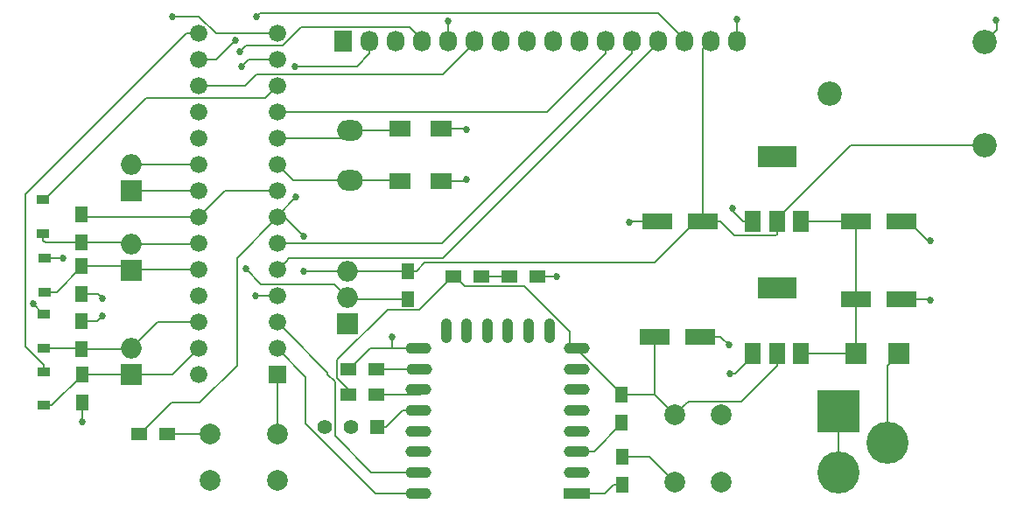
<source format=gbr>
G04 #@! TF.FileFunction,Copper,L1,Top,Signal*
%FSLAX46Y46*%
G04 Gerber Fmt 4.6, Leading zero omitted, Abs format (unit mm)*
G04 Created by KiCad (PCBNEW 4.0.2+dfsg1-stable) date Qui 19 Out 2017 15:04:08 BRT*
%MOMM*%
G01*
G04 APERTURE LIST*
%ADD10C,0.100000*%
%ADD11R,2.999740X1.600200*%
%ADD12R,2.000000X1.600000*%
%ADD13R,1.500000X1.300000*%
%ADD14R,2.000000X2.000000*%
%ADD15R,1.676400X1.676400*%
%ADD16C,1.676400*%
%ADD17O,1.998980X1.998980*%
%ADD18R,1.998980X1.998980*%
%ADD19R,1.300000X1.500000*%
%ADD20R,1.397000X1.397000*%
%ADD21C,1.397000*%
%ADD22C,2.000000*%
%ADD23R,3.800000X2.000000*%
%ADD24R,1.500000X2.000000*%
%ADD25R,2.500000X1.100000*%
%ADD26O,2.500000X1.100000*%
%ADD27O,1.100000X2.400000*%
%ADD28O,2.499360X1.998980*%
%ADD29R,1.727200X2.032000*%
%ADD30O,1.727200X2.032000*%
%ADD31R,1.220000X0.910000*%
%ADD32C,2.340000*%
%ADD33R,4.064000X4.064000*%
%ADD34C,4.064000*%
%ADD35C,0.685800*%
%ADD36C,0.203200*%
G04 APERTURE END LIST*
D10*
D11*
X106095800Y-97388680D03*
X110495080Y-97388680D03*
X125547120Y-93802200D03*
X129946400Y-93802200D03*
D12*
X85451700Y-82308700D03*
X81451700Y-82308700D03*
X85451700Y-77302360D03*
X81451700Y-77302360D03*
D11*
X125567440Y-86222840D03*
X129966720Y-86222840D03*
X110744000Y-86263480D03*
X106344720Y-86263480D03*
D13*
X89348300Y-91567000D03*
X86648300Y-91567000D03*
D14*
X129747700Y-99034600D03*
X125547700Y-99034600D03*
D15*
X69583300Y-101092000D03*
D16*
X69583300Y-98552000D03*
X69583300Y-96012000D03*
X69583300Y-93472000D03*
X69583300Y-90932000D03*
X69583300Y-88392000D03*
X69583300Y-85852000D03*
X69583300Y-83312000D03*
X69583300Y-80772000D03*
X69583300Y-78232000D03*
X69583300Y-75692000D03*
X69583300Y-73152000D03*
X69583300Y-70612000D03*
X69583300Y-68072000D03*
X61963300Y-68072000D03*
X61963300Y-70612000D03*
X61963300Y-73152000D03*
X61963300Y-75692000D03*
X61963300Y-78232000D03*
X61963300Y-80772000D03*
X61963300Y-83312000D03*
X61963300Y-85852000D03*
X61963300Y-88392000D03*
X61963300Y-90932000D03*
X61963300Y-93472000D03*
X61963300Y-96012000D03*
X61963300Y-98552000D03*
X61963300Y-101092000D03*
D17*
X55486300Y-88404700D03*
D18*
X55486300Y-90944700D03*
D17*
X55486300Y-98526600D03*
D18*
X55486300Y-101066600D03*
D17*
X76403200Y-91084400D03*
D18*
X76403200Y-96164400D03*
D17*
X76403200Y-93624400D03*
D19*
X102920800Y-111713000D03*
X102920800Y-109013000D03*
D13*
X94720400Y-91567000D03*
X92020400Y-91567000D03*
D19*
X102905560Y-105733840D03*
X102905560Y-103033840D03*
D13*
X79146400Y-100520500D03*
X76446400Y-100520500D03*
X76462900Y-103009700D03*
X79162900Y-103009700D03*
D19*
X50609500Y-88290400D03*
X50609500Y-85590400D03*
D13*
X56219100Y-106794300D03*
X58919100Y-106794300D03*
D19*
X50659500Y-90563700D03*
X50659500Y-93263700D03*
X82219800Y-93733600D03*
X82219800Y-91033600D03*
X50609500Y-98559600D03*
X50609500Y-95859600D03*
X50674800Y-101028500D03*
X50674800Y-103728500D03*
D20*
X79222600Y-106121200D03*
D21*
X76682600Y-106121200D03*
X74142600Y-106121200D03*
D22*
X108047400Y-104965500D03*
X112547400Y-104965500D03*
X108047400Y-111465500D03*
X112547400Y-111465500D03*
X63057900Y-111294300D03*
X63057900Y-106794300D03*
X69557900Y-111294300D03*
X69557900Y-106794300D03*
D23*
X117897880Y-92714280D03*
D24*
X117897880Y-99014280D03*
X120197880Y-99014280D03*
X115597880Y-99014280D03*
D25*
X98591600Y-112534700D03*
D26*
X98591600Y-110534700D03*
X98591600Y-108534700D03*
X98591600Y-106534700D03*
X98591600Y-104534700D03*
X98591600Y-102534700D03*
X98591600Y-100534700D03*
X98591600Y-98534700D03*
X83191600Y-98534700D03*
X83291600Y-100534700D03*
X83191600Y-102534700D03*
X83191600Y-104534700D03*
X83191600Y-106534700D03*
X83191600Y-108534700D03*
X83191600Y-110534700D03*
X83191600Y-112534700D03*
D27*
X95901600Y-96784700D03*
X93901600Y-96784700D03*
X91901600Y-96784700D03*
X89901600Y-96784700D03*
X87901600Y-96784700D03*
X85901600Y-96784700D03*
D23*
X117901720Y-79974040D03*
D24*
X117901720Y-86274040D03*
X120201720Y-86274040D03*
X115601720Y-86274040D03*
D28*
X76581000Y-82285840D03*
X76581000Y-77403960D03*
D29*
X75966320Y-68798440D03*
D30*
X78506320Y-68798440D03*
X81046320Y-68798440D03*
X83586320Y-68798440D03*
X86126320Y-68798440D03*
X88666320Y-68798440D03*
X91206320Y-68798440D03*
X93746320Y-68798440D03*
X96286320Y-68798440D03*
X98826320Y-68798440D03*
X101366320Y-68798440D03*
X103906320Y-68798440D03*
X106446320Y-68798440D03*
X108986320Y-68798440D03*
X111526320Y-68798440D03*
X114066320Y-68798440D03*
D17*
X55486300Y-80772000D03*
D18*
X55486300Y-83312000D03*
D31*
X46929040Y-84141560D03*
X46929040Y-87411560D03*
X47035720Y-89810840D03*
X47035720Y-93080840D03*
X46984920Y-95221040D03*
X46984920Y-98491040D03*
X46984920Y-100783640D03*
X46984920Y-104053640D03*
D32*
X138008360Y-78884800D03*
X123008360Y-73884800D03*
X138008360Y-68884800D03*
D33*
X123880880Y-104602280D03*
D34*
X123880880Y-110571280D03*
X128579880Y-107650280D03*
D35*
X139136120Y-66730880D03*
X80655160Y-97378520D03*
X132796280Y-88082120D03*
X87889080Y-82179160D03*
X87884000Y-77317600D03*
X86095840Y-66845200D03*
X113248440Y-98171000D03*
X96626680Y-91587320D03*
X50698400Y-105653840D03*
X52679600Y-93715840D03*
X52669440Y-95377000D03*
X113588800Y-84947760D03*
X103662480Y-86349840D03*
X114005360Y-66695320D03*
X132775960Y-93822520D03*
X113400840Y-100975160D03*
X71389240Y-83906360D03*
X71302880Y-71226680D03*
X72151240Y-87711280D03*
X72156320Y-91064080D03*
X66141600Y-71272400D03*
X48849280Y-89804240D03*
X59400440Y-66390520D03*
X45953680Y-94228920D03*
X122727720Y-74391520D03*
X65562480Y-68719720D03*
X66527680Y-90835480D03*
X65949390Y-69778804D03*
X67548760Y-66395600D03*
X67518280Y-93472000D03*
D36*
X97891600Y-98534700D02*
X97891600Y-96915817D01*
X97891600Y-96915817D02*
X93497584Y-92521801D01*
X93497584Y-92521801D02*
X87703101Y-92521801D01*
X87703101Y-92521801D02*
X86748300Y-91567000D01*
X86748300Y-91567000D02*
X86648300Y-91567000D01*
X83326899Y-94788401D02*
X86548300Y-91567000D01*
X86548300Y-91567000D02*
X86648300Y-91567000D01*
X76462900Y-103009700D02*
X76462900Y-102485642D01*
X75391599Y-99626659D02*
X80229857Y-94788401D01*
X76462900Y-102485642D02*
X75391599Y-101414341D01*
X75391599Y-101414341D02*
X75391599Y-99626659D01*
X80229857Y-94788401D02*
X83326899Y-94788401D01*
X102905560Y-103033840D02*
X102905560Y-102933840D01*
X102905560Y-102933840D02*
X98506420Y-98534700D01*
X98506420Y-98534700D02*
X97891600Y-98534700D01*
X106095800Y-97388680D02*
X106095800Y-103013900D01*
X106095800Y-103013900D02*
X106115740Y-103033840D01*
X117897880Y-99014280D02*
X117897880Y-100217480D01*
X117897880Y-100217480D02*
X114454661Y-103660699D01*
X114454661Y-103660699D02*
X109352201Y-103660699D01*
X109352201Y-103660699D02*
X109047399Y-103965501D01*
X109047399Y-103965501D02*
X108047400Y-104965500D01*
X108047400Y-104965500D02*
X106115740Y-103033840D01*
X106115740Y-103033840D02*
X102905560Y-103033840D01*
X108047400Y-111465500D02*
X105594900Y-109013000D01*
X105594900Y-109013000D02*
X102920800Y-109013000D01*
X123880880Y-104602280D02*
X123880880Y-110571280D01*
X138008360Y-68884800D02*
X139178359Y-67714801D01*
X139178359Y-67714801D02*
X139178359Y-66773119D01*
X139178359Y-66773119D02*
X139136120Y-66730880D01*
X69583300Y-83312000D02*
X64503300Y-83312000D01*
X64503300Y-83312000D02*
X61963300Y-85852000D01*
X61963300Y-85852000D02*
X50871100Y-85852000D01*
X50871100Y-85852000D02*
X50609500Y-85590400D01*
X80690720Y-98534700D02*
X83891600Y-98534700D01*
X78532200Y-98534700D02*
X80690720Y-98534700D01*
X80690720Y-98534700D02*
X80690720Y-97414080D01*
X80690720Y-97414080D02*
X80655160Y-97378520D01*
X76446400Y-100520500D02*
X76546400Y-100520500D01*
X76546400Y-100520500D02*
X78532200Y-98534700D01*
X129966720Y-86222840D02*
X130666490Y-86222840D01*
X130666490Y-86222840D02*
X132525770Y-88082120D01*
X132525770Y-88082120D02*
X132796280Y-88082120D01*
X85451700Y-82308700D02*
X87759540Y-82308700D01*
X87759540Y-82308700D02*
X87889080Y-82179160D01*
X85451700Y-77302360D02*
X87868760Y-77302360D01*
X87868760Y-77302360D02*
X87884000Y-77317600D01*
X86126320Y-68798440D02*
X86126320Y-66875680D01*
X86126320Y-66875680D02*
X86095840Y-66845200D01*
X110495080Y-97388680D02*
X112466120Y-97388680D01*
X112466120Y-97388680D02*
X113248440Y-98171000D01*
X94720400Y-91567000D02*
X96606360Y-91567000D01*
X96606360Y-91567000D02*
X96626680Y-91587320D01*
X50674800Y-103728500D02*
X50674800Y-105630240D01*
X50674800Y-105630240D02*
X50698400Y-105653840D01*
X50659500Y-93263700D02*
X52227460Y-93263700D01*
X52227460Y-93263700D02*
X52679600Y-93715840D01*
X50609500Y-95859600D02*
X52186840Y-95859600D01*
X52186840Y-95859600D02*
X52669440Y-95377000D01*
X50609500Y-85590400D02*
X50609500Y-85490400D01*
X115601720Y-86274040D02*
X114648520Y-86274040D01*
X114648520Y-86274040D02*
X113588800Y-85214320D01*
X113588800Y-85214320D02*
X113588800Y-84947760D01*
X106344720Y-86263480D02*
X103748840Y-86263480D01*
X103748840Y-86263480D02*
X103662480Y-86349840D01*
X114066320Y-68798440D02*
X114066320Y-66756280D01*
X114066320Y-66756280D02*
X114005360Y-66695320D01*
X129946400Y-93802200D02*
X132755640Y-93802200D01*
X132755640Y-93802200D02*
X132775960Y-93822520D01*
X115597880Y-99014280D02*
X115597880Y-99264280D01*
X115597880Y-99264280D02*
X113887000Y-100975160D01*
X113887000Y-100975160D02*
X113400840Y-100975160D01*
X120201720Y-86274040D02*
X125516240Y-86274040D01*
X125516240Y-86274040D02*
X125567440Y-86222840D01*
X125567440Y-86222840D02*
X125567440Y-93781880D01*
X125567440Y-93781880D02*
X125547120Y-93802200D01*
X125547700Y-99034600D02*
X125547700Y-93802780D01*
X125547700Y-93802780D02*
X125547120Y-93802200D01*
X125547700Y-99034600D02*
X120218200Y-99034600D01*
X120218200Y-99034600D02*
X120197880Y-99014280D01*
X76581000Y-82285840D02*
X71097140Y-82285840D01*
X71097140Y-82285840D02*
X69583300Y-80772000D01*
X76581000Y-82285840D02*
X81428840Y-82285840D01*
X81428840Y-82285840D02*
X81451700Y-82308700D01*
X69583300Y-78232000D02*
X75752960Y-78232000D01*
X75752960Y-78232000D02*
X76581000Y-77403960D01*
X76581000Y-77403960D02*
X81350100Y-77403960D01*
X81350100Y-77403960D02*
X81451700Y-77302360D01*
X117901720Y-86274040D02*
X117901720Y-86024040D01*
X117901720Y-86024040D02*
X125040960Y-78884800D01*
X125040960Y-78884800D02*
X136353731Y-78884800D01*
X136353731Y-78884800D02*
X138008360Y-78884800D01*
X71389240Y-83906360D02*
X69583300Y-85712300D01*
X69583300Y-85712300D02*
X69583300Y-85852000D01*
X78506320Y-68798440D02*
X78506320Y-70017640D01*
X78506320Y-70017640D02*
X77297280Y-71226680D01*
X77297280Y-71226680D02*
X71302880Y-71226680D01*
X65664080Y-100172520D02*
X65664080Y-89771220D01*
X65664080Y-89771220D02*
X69451220Y-85984080D01*
X62057280Y-103779320D02*
X65664080Y-100172520D01*
X59334080Y-103779320D02*
X62057280Y-103779320D01*
X56219100Y-106794300D02*
X56319100Y-106794300D01*
X56319100Y-106794300D02*
X59334080Y-103779320D01*
X72151240Y-87711280D02*
X70291960Y-85852000D01*
X70291960Y-85852000D02*
X69583300Y-85852000D01*
X76403200Y-91084400D02*
X72176640Y-91084400D01*
X72176640Y-91084400D02*
X72156320Y-91064080D01*
X83855320Y-90251280D02*
X106056430Y-90251280D01*
X106056430Y-90251280D02*
X110044230Y-86263480D01*
X110044230Y-86263480D02*
X110744000Y-86263480D01*
X82219800Y-91033600D02*
X83073000Y-91033600D01*
X83073000Y-91033600D02*
X83855320Y-90251280D01*
X137149520Y-79397880D02*
X138602720Y-79397880D01*
X110744000Y-86263480D02*
X110744000Y-69580760D01*
X110744000Y-69580760D02*
X111526320Y-68798440D01*
X117901720Y-86274040D02*
X117901720Y-87477240D01*
X117901720Y-87477240D02*
X117800119Y-87578841D01*
X117800119Y-87578841D02*
X113762431Y-87578841D01*
X113762431Y-87578841D02*
X112447070Y-86263480D01*
X112447070Y-86263480D02*
X110744000Y-86263480D01*
X82219800Y-91033600D02*
X76454000Y-91033600D01*
X76454000Y-91033600D02*
X76403200Y-91084400D01*
X89348300Y-91567000D02*
X92020400Y-91567000D01*
X128579880Y-107650280D02*
X128579880Y-100202420D01*
X128579880Y-100202420D02*
X129747700Y-99034600D01*
X129775800Y-99062700D02*
X129747700Y-99034600D01*
X46929040Y-84141560D02*
X47084040Y-84141560D01*
X68745101Y-73990199D02*
X69583300Y-73152000D01*
X47084040Y-84141560D02*
X56930599Y-74295001D01*
X56930599Y-74295001D02*
X68440299Y-74295001D01*
X68440299Y-74295001D02*
X68745101Y-73990199D01*
X50609500Y-88290400D02*
X47149680Y-88290400D01*
X47149680Y-88290400D02*
X46929040Y-88069760D01*
X46929040Y-88069760D02*
X46929040Y-87411560D01*
X50404500Y-88495400D02*
X50609500Y-88290400D01*
X50609500Y-88290400D02*
X55372000Y-88290400D01*
X55372000Y-88290400D02*
X55486300Y-88404700D01*
X55486300Y-88404700D02*
X61950600Y-88404700D01*
X61950600Y-88404700D02*
X61963300Y-88392000D01*
X66141600Y-71272400D02*
X66802000Y-70612000D01*
X66802000Y-70612000D02*
X69583300Y-70612000D01*
X47035720Y-89810840D02*
X48842680Y-89810840D01*
X48842680Y-89810840D02*
X48849280Y-89804240D01*
X47035720Y-93080840D02*
X48242360Y-93080840D01*
X48242360Y-93080840D02*
X50659500Y-90663700D01*
X50659500Y-90663700D02*
X50659500Y-90563700D01*
X50659500Y-90563700D02*
X55105300Y-90563700D01*
X55105300Y-90563700D02*
X55486300Y-90944700D01*
X61963300Y-90932000D02*
X55499000Y-90932000D01*
X55499000Y-90932000D02*
X55486300Y-90944700D01*
X68397907Y-68072000D02*
X69583300Y-68072000D01*
X59400440Y-66390520D02*
X61973462Y-66390520D01*
X63654942Y-68072000D02*
X68397907Y-68072000D01*
X61973462Y-66390520D02*
X63654942Y-68072000D01*
X46984920Y-95221040D02*
X46945800Y-95221040D01*
X46945800Y-95221040D02*
X45953680Y-94228920D01*
X50674800Y-101028500D02*
X50674800Y-101128500D01*
X50674800Y-101128500D02*
X47749660Y-104053640D01*
X47749660Y-104053640D02*
X46984920Y-104053640D01*
X55486300Y-101066600D02*
X59448700Y-101066600D01*
X59448700Y-101066600D02*
X61963300Y-98552000D01*
X61937900Y-98526600D02*
X61963300Y-98552000D01*
X50637600Y-101065700D02*
X50674800Y-101028500D01*
X50674800Y-101028500D02*
X55448200Y-101028500D01*
X55448200Y-101028500D02*
X55486300Y-101066600D01*
X55422800Y-101003100D02*
X55486300Y-101066600D01*
X55511700Y-101092000D02*
X55486300Y-101066600D01*
X45217080Y-83632827D02*
X45217080Y-98357600D01*
X45217080Y-98357600D02*
X46984920Y-100125440D01*
X46984920Y-100125440D02*
X46984920Y-100783640D01*
X61963300Y-68072000D02*
X60777907Y-68072000D01*
X60777907Y-68072000D02*
X45217080Y-83632827D01*
X81005680Y-68839080D02*
X81046320Y-68798440D01*
X122734080Y-74397880D02*
X122727720Y-74391520D01*
X106446320Y-68798440D02*
X106446320Y-68950840D01*
X106446320Y-68950840D02*
X85617051Y-89780109D01*
X85617051Y-89780109D02*
X70735191Y-89780109D01*
X70735191Y-89780109D02*
X70421499Y-90093801D01*
X70421499Y-90093801D02*
X69583300Y-90932000D01*
X103906320Y-68798440D02*
X103906320Y-70017640D01*
X103906320Y-70017640D02*
X85531960Y-88392000D01*
X85531960Y-88392000D02*
X70768693Y-88392000D01*
X70768693Y-88392000D02*
X69583300Y-88392000D01*
X65219581Y-69062619D02*
X65562480Y-68719720D01*
X63670200Y-70612000D02*
X65219581Y-69062619D01*
X61963300Y-70612000D02*
X63670200Y-70612000D01*
X76403200Y-93624400D02*
X75107799Y-92328999D01*
X75107799Y-92328999D02*
X68021199Y-92328999D01*
X68021199Y-92328999D02*
X66527680Y-90835480D01*
X82219800Y-93733600D02*
X76512400Y-93733600D01*
X76512400Y-93733600D02*
X76403200Y-93624400D01*
X76250800Y-93472000D02*
X76403200Y-93624400D01*
X66432657Y-73152000D02*
X63148693Y-73152000D01*
X88666320Y-68950840D02*
X85608161Y-72008999D01*
X67575658Y-72008999D02*
X66432657Y-73152000D01*
X88666320Y-68798440D02*
X88666320Y-68950840D01*
X63148693Y-73152000D02*
X61963300Y-73152000D01*
X85608161Y-72008999D02*
X67575658Y-72008999D01*
X66292289Y-69435905D02*
X65949390Y-69778804D01*
X66512009Y-69216185D02*
X66292289Y-69435905D01*
X70130757Y-69216185D02*
X66512009Y-69216185D01*
X71869312Y-67477630D02*
X70130757Y-69216185D01*
X82417910Y-67477630D02*
X71869312Y-67477630D01*
X83586320Y-68646040D02*
X82417910Y-67477630D01*
X83586320Y-68798440D02*
X83586320Y-68646040D01*
X63057900Y-106794300D02*
X58919100Y-106794300D01*
X69583300Y-101092000D02*
X69583300Y-106768900D01*
X69583300Y-106768900D02*
X69557900Y-106794300D01*
X74421991Y-101019484D02*
X74421991Y-100850691D01*
X75145901Y-101743394D02*
X74421991Y-101019484D01*
X75145901Y-107010201D02*
X75145901Y-101743394D01*
X70421499Y-96850199D02*
X69583300Y-96012000D01*
X78670400Y-110534700D02*
X75145901Y-107010201D01*
X83891600Y-110534700D02*
X78670400Y-110534700D01*
X74421991Y-100850691D02*
X70421499Y-96850199D01*
X67548760Y-66395600D02*
X67891659Y-66052701D01*
X67891659Y-66052701D02*
X106392981Y-66052701D01*
X106392981Y-66052701D02*
X108986320Y-68646040D01*
X108986320Y-68646040D02*
X108986320Y-68798440D01*
X69583300Y-93472000D02*
X67518280Y-93472000D01*
X101366320Y-68798440D02*
X101366320Y-70017640D01*
X101366320Y-70017640D02*
X95691960Y-75692000D01*
X95691960Y-75692000D02*
X70768693Y-75692000D01*
X70768693Y-75692000D02*
X69583300Y-75692000D01*
X69623940Y-75651360D02*
X69583300Y-75692000D01*
X102920800Y-111713000D02*
X102067600Y-111713000D01*
X102067600Y-111713000D02*
X101245900Y-112534700D01*
X101245900Y-112534700D02*
X97891600Y-112534700D01*
X102905560Y-105733840D02*
X102905560Y-105833840D01*
X102905560Y-105833840D02*
X100204700Y-108534700D01*
X100204700Y-108534700D02*
X97891600Y-108534700D01*
X79146400Y-100520500D02*
X83877400Y-100520500D01*
X83877400Y-100520500D02*
X83891600Y-100534700D01*
X79162900Y-103009700D02*
X83416600Y-103009700D01*
X83416600Y-103009700D02*
X83891600Y-102534700D01*
X79222600Y-106121200D02*
X80124300Y-106121200D01*
X80124300Y-106121200D02*
X81710800Y-104534700D01*
X81710800Y-104534700D02*
X83891600Y-104534700D01*
X69583300Y-98552000D02*
X72326500Y-101295200D01*
X72326500Y-101295200D02*
X72326500Y-105789986D01*
X72326500Y-105789986D02*
X79071214Y-112534700D01*
X79071214Y-112534700D02*
X83891600Y-112534700D01*
X55486300Y-80772000D02*
X61963300Y-80772000D01*
X61963300Y-83312000D02*
X60777907Y-83312000D01*
X60777907Y-83312000D02*
X55486300Y-83312000D01*
X46984920Y-98491040D02*
X50540940Y-98491040D01*
X50540940Y-98491040D02*
X50609500Y-98559600D01*
X61963300Y-96012000D02*
X58000900Y-96012000D01*
X58000900Y-96012000D02*
X55486300Y-98526600D01*
X50566300Y-98602800D02*
X50609500Y-98559600D01*
X50609500Y-98559600D02*
X55453300Y-98559600D01*
X55453300Y-98559600D02*
X55486300Y-98526600D01*
X55478700Y-98534200D02*
X55486300Y-98526600D01*
M02*

</source>
